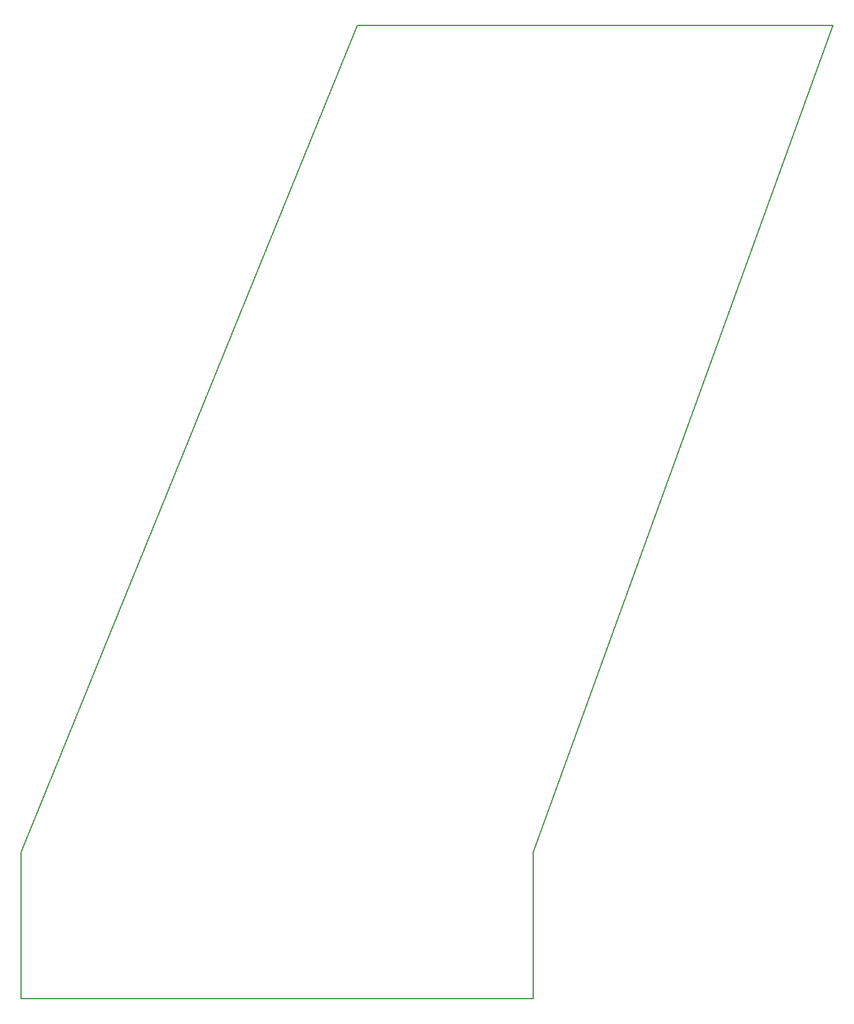
<source format=gbr>
G04 #@! TF.FileFunction,Other,User*
%FSLAX46Y46*%
G04 Gerber Fmt 4.6, Leading zero omitted, Abs format (unit mm)*
G04 Created by KiCad (PCBNEW 4.0.7) date 01/15/25 18:48:17*
%MOMM*%
%LPD*%
G01*
G04 APERTURE LIST*
%ADD10C,0.100000*%
%ADD11C,0.200000*%
G04 APERTURE END LIST*
D10*
D11*
X93000000Y-29000000D02*
X158000000Y-29000000D01*
X117000000Y-162000000D02*
X117000000Y-142000000D01*
X47000000Y-162000000D02*
X47000000Y-142000000D01*
X117000000Y-162000000D02*
X47000000Y-162000000D01*
X47000000Y-142000000D02*
X93000000Y-29000000D01*
X158000000Y-29000000D02*
X117000000Y-142000000D01*
M02*

</source>
